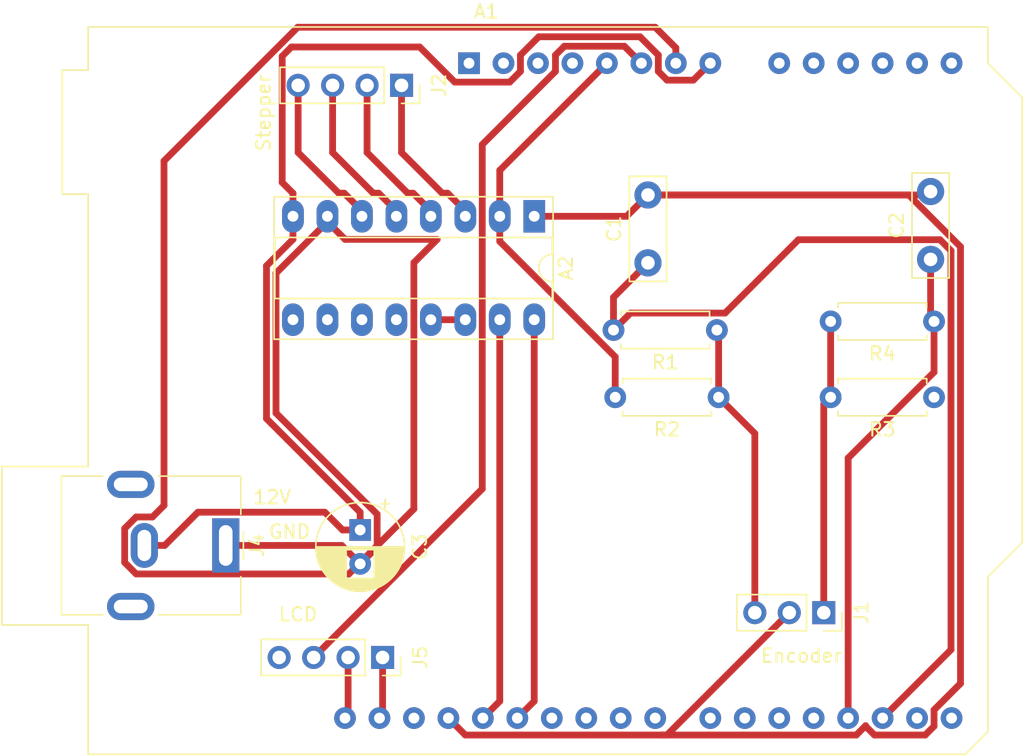
<source format=kicad_pcb>
(kicad_pcb (version 20221018) (generator pcbnew)
  (layers (0 "F.Cu" signal) (31 "B.Cu" signal) (34 "B.Paste" user) (35 "F.Paste" user) (36 "B.SilkS" user "B.Silkscreen") (37 "F.SilkS" user "F.Silkscreen") (38 "B.Mask" user) (39 "F.Mask" user) (44 "Edge.Cuts" user))
  (net 0 "")
  (net 1 "Net-(A1-Pad32)")
  (net 2 "Net-(A1-Pad31)")
  (net 3 "Net-(A1-Pad1)")
  (net 4 "Net-(A1-Pad17)")
  (net 5 "Net-(A1-Pad2)")
  (net 6 "Net-(A1-Pad18)")
  (net 7 "Net-(A1-Pad3)")
  (net 8 "Net-(A1-Pad19)")
  (net 9 "Net-(A1-Pad4)")
  (net 10 "Net-(A1-Pad20)")
  (net 11 "Net-(A1-Pad5)")
  (net 12 "Net-(A1-Pad21)")
  (net 13 "Net-(A1-Pad6)")
  (net 14 "Net-(A1-Pad22)")
  (net 15 "Net-(A1-Pad7)")
  (net 16 "Net-(A1-Pad23)")
  (net 17 "Net-(A1-Pad8)")
  (net 18 "Net-(A1-Pad24)")
  (net 19 "Net-(A1-Pad9)")
  (net 20 "Net-(A1-Pad25)")
  (net 21 "Net-(A1-Pad10)")
  (net 22 "Net-(A1-Pad26)")
  (net 23 "Net-(A1-Pad11)")
  (net 24 "Net-(A1-Pad27)")
  (net 25 "Net-(A1-Pad12)")
  (net 26 "Net-(A1-Pad28)")
  (net 27 "Net-(A1-Pad13)")
  (net 28 "Net-(A1-Pad29)")
  (net 29 "Net-(A1-Pad14)")
  (net 30 "Net-(A1-Pad30)")
  (net 31 "Net-(A1-Pad15)")
  (net 32 "Net-(A1-Pad16)")
  (net 33 "Net-(A2-Pad9)")
  (net 34 "Net-(A2-Pad10)")
  (net 35 "Net-(A2-Pad3)")
  (net 36 "Net-(A2-Pad11)")
  (net 37 "Net-(A2-Pad4)")
  (net 38 "Net-(A2-Pad12)")
  (net 39 "Net-(A2-Pad5)")
  (net 40 "Net-(A2-Pad13)")
  (net 41 "Net-(A2-Pad6)")
  (net 42 "Net-(J1-Pad1)")
  (net 43 "Net-(J1-Pad3)")
  (net 44 "Net-(J5-Pad4)")
  (footprint "Module:Arduino_UNO_R3" (layer "F.Cu") (at 165.502001 83.079001)
    (fp_text reference "A1" (at 1.27 -3.81 180) (layer "F.SilkS"))
    (fp_text value "Arduino_UNO_R3")
    (fp_line (start -34.42 29.72) (end -34.42 41.4) (stroke (width 0.12)) (layer "F.SilkS"))
    (fp_line (start -34.42 41.4) (end -28.07 41.4) (stroke (width 0.12)) (layer "F.SilkS"))
    (fp_line (start -29.97 0.51) (end -29.97 9.65) (stroke (width 0.12)) (layer "F.SilkS"))
    (fp_line (start -29.97 9.65) (end -28.07 9.65) (stroke (width 0.12)) (layer "F.SilkS"))
    (fp_line (start -28.07 -2.67) (end -28.07 0.51) (stroke (width 0.12)) (layer "F.SilkS"))
    (fp_line (start -28.07 0.51) (end -29.97 0.51) (stroke (width 0.12)) (layer "F.SilkS"))
    (fp_line (start -28.07 9.65) (end -28.07 29.72) (stroke (width 0.12)) (layer "F.SilkS"))
    (fp_line (start -28.07 29.72) (end -34.42 29.72) (stroke (width 0.12)) (layer "F.SilkS"))
    (fp_line (start -28.07 41.4) (end -28.07 50.93) (stroke (width 0.12)) (layer "F.SilkS"))
    (fp_line (start -28.07 50.93) (end 36.58 50.93) (stroke (width 0.12)) (layer "F.SilkS"))
    (fp_line (start 36.58 50.93) (end 38.23 49.28) (stroke (width 0.12)) (layer "F.SilkS"))
    (fp_line (start 38.23 -2.67) (end -28.07 -2.67) (stroke (width 0.12)) (layer "F.SilkS"))
    (fp_line (start 38.23 0) (end 38.23 -2.67) (stroke (width 0.12)) (layer "F.SilkS"))
    (fp_line (start 38.23 37.85) (end 40.77 35.31) (stroke (width 0.12)) (layer "F.SilkS"))
    (fp_line (start 38.23 49.28) (end 38.23 37.85) (stroke (width 0.12)) (layer "F.SilkS"))
    (fp_line (start 40.77 2.54) (end 38.23 0) (stroke (width 0.12)) (layer "F.SilkS"))
    (fp_line (start 40.77 35.31) (end 40.77 2.54) (stroke (width 0.12)) (layer "F.SilkS"))
    (pad "1" thru_hole rect (at 0 0 90) (size 1.6 1.6) (drill 0.8) (layers "*.Cu" "*.Mask") (net 3 "Net-(A1-Pad1)"))
    (pad "2" thru_hole oval (at 2.54 0 90) (size 1.6 1.6) (drill 0.8) (layers "*.Cu" "*.Mask") (net 5 "Net-(A1-Pad2)"))
    (pad "3" thru_hole oval (at 5.08 0 90) (size 1.6 1.6) (drill 0.8) (layers "*.Cu" "*.Mask") (net 7 "Net-(A1-Pad3)"))
    (pad "4" thru_hole oval (at 7.62 0 90) (size 1.6 1.6) (drill 0.8) (layers "*.Cu" "*.Mask") (net 9 "Net-(A1-Pad4)"))
    (pad "5" thru_hole oval (at 10.16 0 90) (size 1.6 1.6) (drill 0.8) (layers "*.Cu" "*.Mask") (net 11 "Net-(A1-Pad5)"))
    (pad "6" thru_hole oval (at 12.7 0 90) (size 1.6 1.6) (drill 0.8) (layers "*.Cu" "*.Mask") (net 13 "Net-(A1-Pad6)"))
    (pad "7" thru_hole oval (at 15.24 0 90) (size 1.6 1.6) (drill 0.8) (layers "*.Cu" "*.Mask") (net 15 "Net-(A1-Pad7)"))
    (pad "8" thru_hole oval (at 17.78 0 90) (size 1.6 1.6) (drill 0.8) (layers "*.Cu" "*.Mask") (net 17 "Net-(A1-Pad8)"))
    (pad "9" thru_hole oval (at 22.86 0 90) (size 1.6 1.6) (drill 0.8) (layers "*.Cu" "*.Mask") (net 19 "Net-(A1-Pad9)"))
    (pad "10" thru_hole oval (at 25.4 0 90) (size 1.6 1.6) (drill 0.8) (layers "*.Cu" "*.Mask") (net 21 "Net-(A1-Pad10)"))
    (pad "11" thru_hole oval (at 27.94 0 90) (size 1.6 1.6) (drill 0.8) (layers "*.Cu" "*.Mask") (net 23 "Net-(A1-Pad11)"))
    (pad "12" thru_hole oval (at 30.48 0 90) (size 1.6 1.6) (drill 0.8) (layers "*.Cu" "*.Mask") (net 25 "Net-(A1-Pad12)"))
    (pad "13" thru_hole oval (at 33.02 0 90) (size 1.6 1.6) (drill 0.8) (layers "*.Cu" "*.Mask") (net 27 "Net-(A1-Pad13)"))
    (pad "14" thru_hole oval (at 35.56 0 90) (size 1.6 1.6) (drill 0.8) (layers "*.Cu" "*.Mask") (net 29 "Net-(A1-Pad14)"))
    (pad "15" thru_hole oval (at 35.56 48.26 90) (size 1.6 1.6) (drill 0.8) (layers "*.Cu" "*.Mask") (net 31 "Net-(A1-Pad15)"))
    (pad "16" thru_hole oval (at 33.02 48.26 90) (size 1.6 1.6) (drill 0.8) (layers "*.Cu" "*.Mask") (net 32 "Net-(A1-Pad16)"))
    (pad "17" thru_hole oval (at 30.48 48.26 90) (size 1.6 1.6) (drill 0.8) (layers "*.Cu" "*.Mask") (net 4 "Net-(A1-Pad17)"))
    (pad "18" thru_hole oval (at 27.94 48.26 90) (size 1.6 1.6) (drill 0.8) (layers "*.Cu" "*.Mask") (net 6 "Net-(A1-Pad18)"))
    (pad "19" thru_hole oval (at 25.4 48.26 90) (size 1.6 1.6) (drill 0.8) (layers "*.Cu" "*.Mask") (net 8 "Net-(A1-Pad19)"))
    (pad "20" thru_hole oval (at 22.86 48.26 90) (size 1.6 1.6) (drill 0.8) (layers "*.Cu" "*.Mask") (net 10 "Net-(A1-Pad20)"))
    (pad "21" thru_hole oval (at 20.32 48.26 90) (size 1.6 1.6) (drill 0.8) (layers "*.Cu" "*.Mask") (net 12 "Net-(A1-Pad21)"))
    (pad "22" thru_hole oval (at 17.78 48.26 90) (size 1.6 1.6) (drill 0.8) (layers "*.Cu" "*.Mask") (net 14 "Net-(A1-Pad22)"))
    (pad "23" thru_hole oval (at 13.72 48.26 90) (size 1.6 1.6) (drill 0.8) (layers "*.Cu" "*.Mask") (net 16 "Net-(A1-Pad23)"))
    (pad "24" thru_hole oval (at 11.18 48.26 90) (size 1.6 1.6) (drill 0.8) (layers "*.Cu" "*.Mask") (net 18 "Net-(A1-Pad24)"))
    (pad "25" thru_hole oval (at 8.64 48.26 90) (size 1.6 1.6) (drill 0.8) (layers "*.Cu" "*.Mask") (net 20 "Net-(A1-Pad25)"))
    (pad "26" thru_hole oval (at 6.1 48.26 90) (size 1.6 1.6) (drill 0.8) (layers "*.Cu" "*.Mask") (net 22 "Net-(A1-Pad26)"))
    (pad "27" thru_hole oval (at 3.56 48.26 90) (size 1.6 1.6) (drill 0.8) (layers "*.Cu" "*.Mask") (net 24 "Net-(A1-Pad27)"))
    (pad "28" thru_hole oval (at 1.02 48.26 90) (size 1.6 1.6) (drill 0.8) (layers "*.Cu" "*.Mask") (net 26 "Net-(A1-Pad28)"))
    (pad "29" thru_hole oval (at -1.52 48.26 90) (size 1.6 1.6) (drill 0.8) (layers "*.Cu" "*.Mask") (net 28 "Net-(A1-Pad29)"))
    (pad "30" thru_hole oval (at -4.06 48.26 90) (size 1.6 1.6) (drill 0.8) (layers "*.Cu" "*.Mask") (net 30 "Net-(A1-Pad30)"))
    (pad "31" thru_hole oval (at -6.6 48.26 90) (size 1.6 1.6) (drill 0.8) (layers "*.Cu" "*.Mask") (net 2 "Net-(A1-Pad31)"))
    (pad "32" thru_hole oval (at -9.14 48.26 90) (size 1.6 1.6) (drill 0.8) (layers "*.Cu" "*.Mask") (net 1 "Net-(A1-Pad32)"))
  )
  (footprint "Package_DIP:DIP-16_W7.62mm_Socket_LongPads" (layer "F.Cu") (at 170.307 94.361 -90)
    (fp_text reference "A2" (at 3.81 -2.33 90) (layer "F.SilkS"))
    (fp_text value "Pololu_Breakout_A4988")
    (fp_line (start -1.44 -1.39) (end -1.44 19.17) (stroke (width 0.12)) (layer "F.SilkS"))
    (fp_line (start -1.44 19.17) (end 9.06 19.17) (stroke (width 0.12)) (layer "F.SilkS"))
    (fp_line (start 1.56 -1.33) (end 1.56 19.11) (stroke (width 0.12)) (layer "F.SilkS"))
    (fp_line (start 1.56 19.11) (end 6.06 19.11) (stroke (width 0.12)) (layer "F.SilkS"))
    (fp_line (start 2.81 -1.33) (end 1.56 -1.33) (stroke (width 0.12)) (layer "F.SilkS"))
    (fp_line (start 6.06 -1.33) (end 4.81 -1.33) (stroke (width 0.12)) (layer "F.SilkS"))
    (fp_line (start 6.06 19.11) (end 6.06 -1.33) (stroke (width 0.12)) (layer "F.SilkS"))
    (fp_line (start 9.06 -1.39) (end -1.44 -1.39) (stroke (width 0.12)) (layer "F.SilkS"))
    (fp_line (start 9.06 19.17) (end 9.06 -1.39) (stroke (width 0.12)) (layer "F.SilkS"))
    (fp_arc (start 4.81 -1.33) (mid 3.81 -0.33) (end 2.81 -1.33) (stroke (width 0.12)) (layer "F.SilkS"))
    (pad "1" thru_hole rect (at 0 0 270) (size 2.4 1.6) (drill 0.8) (layers "*.Cu" "*.Mask") (net 28 "Net-(A1-Pad29)"))
    (pad "2" thru_hole oval (at 0 2.54 270) (size 2.4 1.6) (drill 0.8) (layers "*.Cu" "*.Mask") (net 11 "Net-(A1-Pad5)"))
    (pad "3" thru_hole oval (at 0 5.08 270) (size 2.4 1.6) (drill 0.8) (layers "*.Cu" "*.Mask") (net 35 "Net-(A2-Pad3)"))
    (pad "4" thru_hole oval (at 0 7.62 270) (size 2.4 1.6) (drill 0.8) (layers "*.Cu" "*.Mask") (net 37 "Net-(A2-Pad4)"))
    (pad "5" thru_hole oval (at 0 10.16 270) (size 2.4 1.6) (drill 0.8) (layers "*.Cu" "*.Mask") (net 39 "Net-(A2-Pad5)"))
    (pad "6" thru_hole oval (at 0 12.7 270) (size 2.4 1.6) (drill 0.8) (layers "*.Cu" "*.Mask") (net 41 "Net-(A2-Pad6)"))
    (pad "7" thru_hole oval (at 0 15.24 270) (size 2.4 1.6) (drill 0.8) (layers "*.Cu" "*.Mask") (net 15 "Net-(A1-Pad7)"))
    (pad "8" thru_hole oval (at 0 17.78 270) (size 2.4 1.6) (drill 0.8) (layers "*.Cu" "*.Mask") (net 17 "Net-(A1-Pad8)"))
    (pad "9" thru_hole oval (at 7.62 17.78 270) (size 2.4 1.6) (drill 0.8) (layers "*.Cu" "*.Mask") (net 33 "Net-(A2-Pad9)"))
    (pad "10" thru_hole oval (at 7.62 15.24 270) (size 2.4 1.6) (drill 0.8) (layers "*.Cu" "*.Mask") (net 34 "Net-(A2-Pad10)"))
    (pad "11" thru_hole oval (at 7.62 12.7 270) (size 2.4 1.6) (drill 0.8) (layers "*.Cu" "*.Mask") (net 36 "Net-(A2-Pad11)"))
    (pad "12" thru_hole oval (at 7.62 10.16 270) (size 2.4 1.6) (drill 0.8) (layers "*.Cu" "*.Mask") (net 38 "Net-(A2-Pad12)"))
    (pad "13" thru_hole oval (at 7.62 7.62 270) (size 2.4 1.6) (drill 0.8) (layers "*.Cu" "*.Mask") (net 40 "Net-(A2-Pad13)"))
    (pad "14" thru_hole oval (at 7.62 5.08 270) (size 2.4 1.6) (drill 0.8) (layers "*.Cu" "*.Mask") (net 40 "Net-(A2-Pad13)"))
    (pad "15" thru_hole oval (at 7.62 2.54 270) (size 2.4 1.6) (drill 0.8) (layers "*.Cu" "*.Mask") (net 26 "Net-(A1-Pad28)"))
    (pad "16" thru_hole oval (at 7.62 0 270) (size 2.4 1.6) (drill 0.8) (layers "*.Cu" "*.Mask") (net 24 "Net-(A1-Pad27)"))
  )
  (footprint "Capacitor_THT:C_Disc_D7.5mm_W2.5mm_P5.00mm" (layer "F.Cu") (at 178.689 97.79 90)
    (fp_text reference "C1" (at 2.5 -2.5 90) (layer "F.SilkS"))
    (fp_text value "CP")
    (fp_line (start -1.37 -1.37) (end -1.37 1.37) (stroke (width 0.12)) (layer "F.SilkS"))
    (fp_line (start -1.37 -1.37) (end 6.37 -1.37) (stroke (width 0.12)) (layer "F.SilkS"))
    (fp_line (start -1.37 1.37) (end 6.37 1.37) (stroke (width 0.12)) (layer "F.SilkS"))
    (fp_line (start 6.37 -1.37) (end 6.37 1.37) (stroke (width 0.12)) (layer "F.SilkS"))
    (pad "1" thru_hole circle (at 0 0 90) (size 2 2) (drill 1) (layers "*.Cu" "*.Mask") (net 4 "Net-(A1-Pad17)"))
    (pad "2" thru_hole circle (at 5 0 90) (size 2 2) (drill 1) (layers "*.Cu" "*.Mask") (net 28 "Net-(A1-Pad29)"))
  )
  (footprint "Capacitor_THT:C_Disc_D7.5mm_W2.5mm_P5.00mm" (layer "F.Cu") (at 199.517 97.536 90)
    (fp_text reference "C2" (at 2.5 -2.5 90) (layer "F.SilkS"))
    (fp_text value "CP")
    (fp_line (start -1.37 -1.37) (end -1.37 1.37) (stroke (width 0.12)) (layer "F.SilkS"))
    (fp_line (start -1.37 -1.37) (end 6.37 -1.37) (stroke (width 0.12)) (layer "F.SilkS"))
    (fp_line (start -1.37 1.37) (end 6.37 1.37) (stroke (width 0.12)) (layer "F.SilkS"))
    (fp_line (start 6.37 -1.37) (end 6.37 1.37) (stroke (width 0.12)) (layer "F.SilkS"))
    (pad "1" thru_hole circle (at 0 0 90) (size 2 2) (drill 1) (layers "*.Cu" "*.Mask") (net 6 "Net-(A1-Pad18)"))
    (pad "2" thru_hole circle (at 5 0 90) (size 2 2) (drill 1) (layers "*.Cu" "*.Mask") (net 28 "Net-(A1-Pad29)"))
  )
  (footprint "Capacitor_THT:CP_Radial_D6.3mm_P2.50mm" (layer "F.Cu") (at 157.48 117.475 -90)
    (fp_text reference "C3" (at 1.25 -4.4 90) (layer "F.SilkS"))
    (fp_text value "C")
    (fp_line (start -2.250241 -1.839) (end -1.620241 -1.839) (stroke (width 0.12)) (layer "F.SilkS"))
    (fp_line (start -1.935241 -2.154) (end -1.935241 -1.524) (stroke (width 0.12)) (layer "F.SilkS"))
    (fp_line (start 1.25 -3.23) (end 1.25 3.23) (stroke (width 0.12)) (layer "F.SilkS"))
    (fp_line (start 1.29 -3.23) (end 1.29 3.23) (stroke (width 0.12)) (layer "F.SilkS"))
    (fp_line (start 1.33 -3.23) (end 1.33 3.23) (stroke (width 0.12)) (layer "F.SilkS"))
    (fp_line (start 1.37 -3.228) (end 1.37 3.228) (stroke (width 0.12)) (layer "F.SilkS"))
    (fp_line (start 1.41 -3.227) (end 1.41 3.227) (stroke (width 0.12)) (layer "F.SilkS"))
    (fp_line (start 1.45 -3.224) (end 1.45 3.224) (stroke (width 0.12)) (layer "F.SilkS"))
    (fp_line (start 1.49 -3.222) (end 1.49 -1.04) (stroke (width 0.12)) (layer "F.SilkS"))
    (fp_line (start 1.49 1.04) (end 1.49 3.222) (stroke (width 0.12)) (layer "F.SilkS"))
    (fp_line (start 1.53 -3.218) (end 1.53 -1.04) (stroke (width 0.12)) (layer "F.SilkS"))
    (fp_line (start 1.53 1.04) (end 1.53 3.218) (stroke (width 0.12)) (layer "F.SilkS"))
    (fp_line (start 1.57 -3.215) (end 1.57 -1.04) (stroke (width 0.12)) (layer "F.SilkS"))
    (fp_line (start 1.57 1.04) (end 1.57 3.215) (stroke (width 0.12)) (layer "F.SilkS"))
    (fp_line (start 1.61 -3.211) (end 1.61 -1.04) (stroke (width 0.12)) (layer "F.SilkS"))
    (fp_line (start 1.61 1.04) (end 1.61 3.211) (stroke (width 0.12)) (layer "F.SilkS"))
    (fp_line (start 1.65 -3.206) (end 1.65 -1.04) (stroke (width 0.12)) (layer "F.SilkS"))
    (fp_line (start 1.65 1.04) (end 1.65 3.206) (stroke (width 0.12)) (layer "F.SilkS"))
    (fp_line (start 1.69 -3.201) (end 1.69 -1.04) (stroke (width 0.12)) (layer "F.SilkS"))
    (fp_line (start 1.69 1.04) (end 1.69 3.201) (stroke (width 0.12)) (layer "F.SilkS"))
    (fp_line (start 1.73 -3.195) (end 1.73 -1.04) (stroke (width 0.12)) (layer "F.SilkS"))
    (fp_line (start 1.73 1.04) (end 1.73 3.195) (stroke (width 0.12)) (layer "F.SilkS"))
    (fp_line (start 1.77 -3.189) (end 1.77 -1.04) (stroke (width 0.12)) (layer "F.SilkS"))
    (fp_line (start 1.77 1.04) (end 1.77 3.189) (stroke (width 0.12)) (layer "F.SilkS"))
    (fp_line (start 1.81 -3.182) (end 1.81 -1.04) (stroke (width 0.12)) (layer "F.SilkS"))
    (fp_line (start 1.81 1.04) (end 1.81 3.182) (stroke (width 0.12)) (layer "F.SilkS"))
    (fp_line (start 1.85 -3.175) (end 1.85 -1.04) (stroke (width 0.12)) (layer "F.SilkS"))
    (fp_line (start 1.85 1.04) (end 1.85 3.175) (stroke (width 0.12)) (layer "F.SilkS"))
    (fp_line (start 1.89 -3.167) (end 1.89 -1.04) (stroke (width 0.12)) (layer "F.SilkS"))
    (fp_line (start 1.89 1.04) (end 1.89 3.167) (stroke (width 0.12)) (layer "F.SilkS"))
    (fp_line (start 1.93 -3.159) (end 1.93 -1.04) (stroke (width 0.12)) (layer "F.SilkS"))
    (fp_line (start 1.93 1.04) (end 1.93 3.159) (stroke (width 0.12)) (layer "F.SilkS"))
    (fp_line (start 1.971 -3.15) (end 1.971 -1.04) (stroke (width 0.12)) (layer "F.SilkS"))
    (fp_line (start 1.971 1.04) (end 1.971 3.15) (stroke (width 0.12)) (layer "F.SilkS"))
    (fp_line (start 2.011 -3.141) (end 2.011 -1.04) (stroke (width 0.12)) (layer "F.SilkS"))
    (fp_line (start 2.011 1.04) (end 2.011 3.141) (stroke (width 0.12)) (layer "F.SilkS"))
    (fp_line (start 2.051 -3.131) (end 2.051 -1.04) (stroke (width 0.12)) (layer "F.SilkS"))
    (fp_line (start 2.051 1.04) (end 2.051 3.131) (stroke (width 0.12)) (layer "F.SilkS"))
    (fp_line (start 2.091 -3.121) (end 2.091 -1.04) (stroke (width 0.12)) (layer "F.SilkS"))
    (fp_line (start 2.091 1.04) (end 2.091 3.121) (stroke (width 0.12)) (layer "F.SilkS"))
    (fp_line (start 2.131 -3.11) (end 2.131 -1.04) (stroke (width 0.12)) (layer "F.SilkS"))
    (fp_line (start 2.131 1.04) (end 2.131 3.11) (stroke (width 0.12)) (layer "F.SilkS"))
    (fp_line (start 2.171 -3.098) (end 2.171 -1.04) (stroke (width 0.12)) (layer "F.SilkS"))
    (fp_line (start 2.171 1.04) (end 2.171 3.098) (stroke (width 0.12)) (layer "F.SilkS"))
    (fp_line (start 2.211 -3.086) (end 2.211 -1.04) (stroke (width 0.12)) (layer "F.SilkS"))
    (fp_line (start 2.211 1.04) (end 2.211 3.086) (stroke (width 0.12)) (layer "F.SilkS"))
    (fp_line (start 2.251 -3.074) (end 2.251 -1.04) (stroke (width 0.12)) (layer "F.SilkS"))
    (fp_line (start 2.251 1.04) (end 2.251 3.074) (stroke (width 0.12)) (layer "F.SilkS"))
    (fp_line (start 2.291 -3.061) (end 2.291 -1.04) (stroke (width 0.12)) (layer "F.SilkS"))
    (fp_line (start 2.291 1.04) (end 2.291 3.061) (stroke (width 0.12)) (layer "F.SilkS"))
    (fp_line (start 2.331 -3.047) (end 2.331 -1.04) (stroke (width 0.12)) (layer "F.SilkS"))
    (fp_line (start 2.331 1.04) (end 2.331 3.047) (stroke (width 0.12)) (layer "F.SilkS"))
    (fp_line (start 2.371 -3.033) (end 2.371 -1.04) (stroke (width 0.12)) (layer "F.SilkS"))
    (fp_line (start 2.371 1.04) (end 2.371 3.033) (stroke (width 0.12)) (layer "F.SilkS"))
    (fp_line (start 2.411 -3.018) (end 2.411 -1.04) (stroke (width 0.12)) (layer "F.SilkS"))
    (fp_line (start 2.411 1.04) (end 2.411 3.018) (stroke (width 0.12)) (layer "F.SilkS"))
    (fp_line (start 2.451 -3.002) (end 2.451 -1.04) (stroke (width 0.12)) (layer "F.SilkS"))
    (fp_line (start 2.451 1.04) (end 2.451 3.002) (stroke (width 0.12)) (layer "F.SilkS"))
    (fp_line (start 2.491 -2.986) (end 2.491 -1.04) (stroke (width 0.12)) (layer "F.SilkS"))
    (fp_line (start 2.491 1.04) (end 2.491 2.986) (stroke (width 0.12)) (layer "F.SilkS"))
    (fp_line (start 2.531 -2.97) (end 2.531 -1.04) (stroke (width 0.12)) (layer "F.SilkS"))
    (fp_line (start 2.531 1.04) (end 2.531 2.97) (stroke (width 0.12)) (layer "F.SilkS"))
    (fp_line (start 2.571 -2.952) (end 2.571 -1.04) (stroke (width 0.12)) (layer "F.SilkS"))
    (fp_line (start 2.571 1.04) (end 2.571 2.952) (stroke (width 0.12)) (layer "F.SilkS"))
    (fp_line (start 2.611 -2.934) (end 2.611 -1.04) (stroke (width 0.12)) (layer "F.SilkS"))
    (fp_line (start 2.611 1.04) (end 2.611 2.934) (stroke (width 0.12)) (layer "F.SilkS"))
    (fp_line (start 2.651 -2.916) (end 2.651 -1.04) (stroke (width 0.12)) (layer "F.SilkS"))
    (fp_line (start 2.651 1.04) (end 2.651 2.916) (stroke (width 0.12)) (layer "F.SilkS"))
    (fp_line (start 2.691 -2.896) (end 2.691 -1.04) (stroke (width 0.12)) (layer "F.SilkS"))
    (fp_line (start 2.691 1.04) (end 2.691 2.896) (stroke (width 0.12)) (layer "F.SilkS"))
    (fp_line (start 2.731 -2.876) (end 2.731 -1.04) (stroke (width 0.12)) (layer "F.SilkS"))
    (fp_line (start 2.731 1.04) (end 2.731 2.876) (stroke (width 0.12)) (layer "F.SilkS"))
    (fp_line (start 2.771 -2.856) (end 2.771 -1.04) (stroke (width 0.12)) (layer "F.SilkS"))
    (fp_line (start 2.771 1.04) (end 2.771 2.856) (stroke (width 0.12)) (layer "F.SilkS"))
    (fp_line (start 2.811 -2.834) (end 2.811 -1.04) (stroke (width 0.12)) (layer "F.SilkS"))
    (fp_line (start 2.811 1.04) (end 2.811 2.834) (stroke (width 0.12)) (layer "F.SilkS"))
    (fp_line (start 2.851 -2.812) (end 2.851 -1.04) (stroke (width 0.12)) (layer "F.SilkS"))
    (fp_line (start 2.851 1.04) (end 2.851 2.812) (stroke (width 0.12)) (layer "F.SilkS"))
    (fp_line (start 2.891 -2.79) (end 2.891 -1.04) (stroke (width 0.12)) (layer "F.SilkS"))
    (fp_line (start 2.891 1.04) (end 2.891 2.79) (stroke (width 0.12)) (layer "F.SilkS"))
    (fp_line (start 2.931 -2.766) (end 2.931 -1.04) (stroke (width 0.12)) (layer "F.SilkS"))
    (fp_line (start 2.931 1.04) (end 2.931 2.766) (stroke (width 0.12)) (layer "F.SilkS"))
    (fp_line (start 2.971 -2.742) (end 2.971 -1.04) (stroke (width 0.12)) (layer "F.SilkS"))
    (fp_line (start 2.971 1.04) (end 2.971 2.742) (stroke (width 0.12)) (layer "F.SilkS"))
    (fp_line (start 3.011 -2.716) (end 3.011 -1.04) (stroke (width 0.12)) (layer "F.SilkS"))
    (fp_line (start 3.011 1.04) (end 3.011 2.716) (stroke (width 0.12)) (layer "F.SilkS"))
    (fp_line (start 3.051 -2.69) (end 3.051 -1.04) (stroke (width 0.12)) (layer "F.SilkS"))
    (fp_line (start 3.051 1.04) (end 3.051 2.69) (stroke (width 0.12)) (layer "F.SilkS"))
    (fp_line (start 3.091 -2.664) (end 3.091 -1.04) (stroke (width 0.12)) (layer "F.SilkS"))
    (fp_line (start 3.091 1.04) (end 3.091 2.664) (stroke (width 0.12)) (layer "F.SilkS"))
    (fp_line (start 3.131 -2.636) (end 3.131 -1.04) (stroke (width 0.12)) (layer "F.SilkS"))
    (fp_line (start 3.131 1.04) (end 3.131 2.636) (stroke (width 0.12)) (layer "F.SilkS"))
    (fp_line (start 3.171 -2.607) (end 3.171 -1.04) (stroke (width 0.12)) (layer "F.SilkS"))
    (fp_line (start 3.171 1.04) (end 3.171 2.607) (stroke (width 0.12)) (layer "F.SilkS"))
    (fp_line (start 3.211 -2.578) (end 3.211 -1.04) (stroke (width 0.12)) (layer "F.SilkS"))
    (fp_line (start 3.211 1.04) (end 3.211 2.578) (stroke (width 0.12)) (layer "F.SilkS"))
    (fp_line (start 3.251 -2.548) (end 3.251 -1.04) (stroke (width 0.12)) (layer "F.SilkS"))
    (fp_line (start 3.251 1.04) (end 3.251 2.548) (stroke (width 0.12)) (layer "F.SilkS"))
    (fp_line (start 3.291 -2.516) (end 3.291 -1.04) (stroke (width 0.12)) (layer "F.SilkS"))
    (fp_line (start 3.291 1.04) (end 3.291 2.516) (stroke (width 0.12)) (layer "F.SilkS"))
    (fp_line (start 3.331 -2.484) (end 3.331 -1.04) (stroke (width 0.12)) (layer "F.SilkS"))
    (fp_line (start 3.331 1.04) (end 3.331 2.484) (stroke (width 0.12)) (layer "F.SilkS"))
    (fp_line (start 3.371 -2.45) (end 3.371 -1.04) (stroke (width 0.12)) (layer "F.SilkS"))
    (fp_line (start 3.371 1.04) (end 3.371 2.45) (stroke (width 0.12)) (layer "F.SilkS"))
    (fp_line (start 3.411 -2.416) (end 3.411 -1.04) (stroke (width 0.12)) (layer "F.SilkS"))
    (fp_line (start 3.411 1.04) (end 3.411 2.416) (stroke (width 0.12)) (layer "F.SilkS"))
    (fp_line (start 3.451 -2.38) (end 3.451 -1.04) (stroke (width 0.12)) (layer "F.SilkS"))
    (fp_line (start 3.451 1.04) (end 3.451 2.38) (stroke (width 0.12)) (layer "F.SilkS"))
    (fp_line (start 3.491 -2.343) (end 3.491 -1.04) (stroke (width 0.12)) (layer "F.SilkS"))
    (fp_line (start 3.491 1.04) (end 3.491 2.343) (stroke (width 0.12)) (layer "F.SilkS"))
    (fp_line (start 3.531 -2.305) (end 3.531 -1.04) (stroke (width 0.12)) (layer "F.SilkS"))
    (fp_line (start 3.531 1.04) (end 3.531 2.305) (stroke (width 0.12)) (layer "F.SilkS"))
    (fp_line (start 3.571 -2.265) (end 3.571 2.265) (stroke (width 0.12)) (layer "F.SilkS"))
    (fp_line (start 3.611 -2.224) (end 3.611 2.224) (stroke (width 0.12)) (layer "F.SilkS"))
    (fp_line (start 3.651 -2.182) (end 3.651 2.182) (stroke (width 0.12)) (layer "F.SilkS"))
    (fp_line (start 3.691 -2.137) (end 3.691 2.137) (stroke (width 0.12)) (layer "F.SilkS"))
    (fp_line (start 3.731 -2.092) (end 3.731 2.092) (stroke (width 0.12)) (layer "F.SilkS"))
    (fp_line (start 3.771 -2.044) (end 3.771 2.044) (stroke (width 0.12)) (layer "F.SilkS"))
    (fp_line (start 3.811 -1.995) (end 3.811 1.995) (stroke (width 0.12)) (layer "F.SilkS"))
    (fp_line (start 3.851 -1.944) (end 3.851 1.944) (stroke (width 0.12)) (layer "F.SilkS"))
    (fp_line (start 3.891 -1.89) (end 3.891 1.89) (stroke (width 0.12)) (layer "F.SilkS"))
    (fp_line (start 3.931 -1.834) (end 3.931 1.834) (stroke (width 0.12)) (layer "F.SilkS"))
    (fp_line (start 3.971 -1.776) (end 3.971 1.776) (stroke (width 0.12)) (layer "F.SilkS"))
    (fp_line (start 4.011 -1.714) (end 4.011 1.714) (stroke (width 0.12)) (layer "F.SilkS"))
    (fp_line (start 4.051 -1.65) (end 4.051 1.65) (stroke (width 0.12)) (layer "F.SilkS"))
    (fp_line (start 4.091 -1.581) (end 4.091 1.581) (stroke (width 0.12)) (layer "F.SilkS"))
    (fp_line (start 4.131 -1.509) (end 4.131 1.509) (stroke (width 0.12)) (layer "F.SilkS"))
    (fp_line (start 4.171 -1.432) (end 4.171 1.432) (stroke (width 0.12)) (layer "F.SilkS"))
    (fp_line (start 4.211 -1.35) (end 4.211 1.35) (stroke (width 0.12)) (layer "F.SilkS"))
    (fp_line (start 4.251 -1.262) (end 4.251 1.262) (stroke (width 0.12)) (layer "F.SilkS"))
    (fp_line (start 4.291 -1.165) (end 4.291 1.165) (stroke (width 0.12)) (layer "F.SilkS"))
    (fp_line (start 4.331 -1.059) (end 4.331 1.059) (stroke (width 0.12)) (layer "F.SilkS"))
    (fp_line (start 4.371 -0.94) (end 4.371 0.94) (stroke (width 0.12)) (layer "F.SilkS"))
    (fp_line (start 4.411 -0.802) (end 4.411 0.802) (stroke (width 0.12)) (layer "F.SilkS"))
    (fp_line (start 4.451 -0.633) (end 4.451 0.633) (stroke (width 0.12)) (layer "F.SilkS"))
    (fp_line (start 4.491 -0.402) (end 4.491 0.402) (stroke (width 0.12)) (layer "F.SilkS"))
    (fp_circle (center 1.25 0) (end 4.52 0) (stroke (width 0.12)) (fill none) (layer "F.SilkS"))
    (pad "1" thru_hole rect (at 0 0 270) (size 1.6 1.6) (drill 0.8) (layers "*.Cu" "*.Mask") (net 17 "Net-(A1-Pad8)"))
    (pad "2" thru_hole circle (at 2.5 0 270) (size 1.6 1.6) (drill 0.8) (layers "*.Cu" "*.Mask") (net 15 "Net-(A1-Pad7)"))
  )
  (footprint "Connector_PinSocket_2.54mm:PinSocket_1x03_P2.54mm_Vertical" (layer "F.Cu") (at 191.643 123.571 -90)
    (fp_text reference "J1" (at 0 -2.77 90) (layer "F.SilkS"))
    (fp_text value "Encoder")
    (fp_line (start -1.33 1.27) (end -1.33 6.41) (stroke (width 0.12)) (layer "F.SilkS"))
    (fp_line (start -1.33 1.27) (end 1.33 1.27) (stroke (width 0.12)) (layer "F.SilkS"))
    (fp_line (start -1.33 6.41) (end 1.33 6.41) (stroke (width 0.12)) (layer "F.SilkS"))
    (fp_line (start 0 -1.33) (end 1.33 -1.33) (stroke (width 0.12)) (layer "F.SilkS"))
    (fp_line (start 1.33 -1.33) (end 1.33 0) (stroke (width 0.12)) (layer "F.SilkS"))
    (fp_line (start 1.33 1.27) (end 1.33 6.41) (stroke (width 0.12)) (layer "F.SilkS"))
    (pad "1" thru_hole rect (at 0 0 270) (size 1.7 1.7) (drill 1) (layers "*.Cu" "*.Mask") (net 42 "Net-(J1-Pad1)"))
    (pad "2" thru_hole oval (at 0 2.54 270) (size 1.7 1.7) (drill 1) (layers "*.Cu" "*.Mask") (net 28 "Net-(A1-Pad29)"))
    (pad "3" thru_hole oval (at 0 5.08 270) (size 1.7 1.7) (drill 1) (layers "*.Cu" "*.Mask") (net 43 "Net-(J1-Pad3)"))
  )
  (footprint "Connector_PinSocket_2.54mm:PinSocket_1x04_P2.54mm_Vertical" (layer "F.Cu") (at 160.528 84.709 -90)
    (fp_text reference "J2" (at 0 -2.77 90) (layer "F.SilkS"))
    (fp_text value "Stepper")
    (fp_line (start -1.33 1.27) (end -1.33 8.95) (stroke (width 0.12)) (layer "F.SilkS"))
    (fp_line (start -1.33 1.27) (end 1.33 1.27) (stroke (width 0.12)) (layer "F.SilkS"))
    (fp_line (start -1.33 8.95) (end 1.33 8.95) (stroke (width 0.12)) (layer "F.SilkS"))
    (fp_line (start 0 -1.33) (end 1.33 -1.33) (stroke (width 0.12)) (layer "F.SilkS"))
    (fp_line (start 1.33 -1.33) (end 1.33 0) (stroke (width 0.12)) (layer "F.SilkS"))
    (fp_line (start 1.33 1.27) (end 1.33 8.95) (stroke (width 0.12)) (layer "F.SilkS"))
    (pad "1" thru_hole rect (at 0 0 270) (size 1.7 1.7) (drill 1) (layers "*.Cu" "*.Mask") (net 35 "Net-(A2-Pad3)"))
    (pad "2" thru_hole oval (at 0 2.54 270) (size 1.7 1.7) (drill 1) (layers "*.Cu" "*.Mask") (net 37 "Net-(A2-Pad4)"))
    (pad "3" thru_hole oval (at 0 5.08 270) (size 1.7 1.7) (drill 1) (layers "*.Cu" "*.Mask") (net 39 "Net-(A2-Pad5)"))
    (pad "4" thru_hole oval (at 0 7.62 270) (size 1.7 1.7) (drill 1) (layers "*.Cu" "*.Mask") (net 41 "Net-(A2-Pad6)"))
  )
  (footprint "Resistor_THT:R_Axial_DIN0207_L6.3mm_D2.5mm_P7.62mm_Horizontal" (layer "F.Cu") (at 183.769 102.743 180)
    (fp_text reference "R1" (at 3.81 -2.37) (layer "F.SilkS"))
    (fp_text value "R")
    (fp_line (start 0.54 -1.37) (end 7.08 -1.37) (stroke (width 0.12)) (layer "F.SilkS"))
    (fp_line (start 0.54 -1.04) (end 0.54 -1.37) (stroke (width 0.12)) (layer "F.SilkS"))
    (fp_line (start 0.54 1.04) (end 0.54 1.37) (stroke (width 0.12)) (layer "F.SilkS"))
    (fp_line (start 0.54 1.37) (end 7.08 1.37) (stroke (width 0.12)) (layer "F.SilkS"))
    (fp_line (start 7.08 -1.37) (end 7.08 -1.04) (stroke (width 0.12)) (layer "F.SilkS"))
    (fp_line (start 7.08 1.37) (end 7.08 1.04) (stroke (width 0.12)) (layer "F.SilkS"))
    (pad "1" thru_hole circle (at 0 0 180) (size 1.6 1.6) (drill 0.8) (layers "*.Cu" "*.Mask") (net 43 "Net-(J1-Pad3)"))
    (pad "2" thru_hole oval (at 7.62 0 180) (size 1.6 1.6) (drill 0.8) (layers "*.Cu" "*.Mask") (net 4 "Net-(A1-Pad17)"))
  )
  (footprint "Resistor_THT:R_Axial_DIN0207_L6.3mm_D2.5mm_P7.62mm_Horizontal" (layer "F.Cu") (at 183.896 107.696 180)
    (fp_text reference "R2" (at 3.81 -2.37) (layer "F.SilkS"))
    (fp_text value "R")
    (fp_line (start 0.54 -1.37) (end 7.08 -1.37) (stroke (width 0.12)) (layer "F.SilkS"))
    (fp_line (start 0.54 -1.04) (end 0.54 -1.37) (stroke (width 0.12)) (layer "F.SilkS"))
    (fp_line (start 0.54 1.04) (end 0.54 1.37) (stroke (width 0.12)) (layer "F.SilkS"))
    (fp_line (start 0.54 1.37) (end 7.08 1.37) (stroke (width 0.12)) (layer "F.SilkS"))
    (fp_line (start 7.08 -1.37) (end 7.08 -1.04) (stroke (width 0.12)) (layer "F.SilkS"))
    (fp_line (start 7.08 1.37) (end 7.08 1.04) (stroke (width 0.12)) (layer "F.SilkS"))
    (pad "1" thru_hole circle (at 0 0 180) (size 1.6 1.6) (drill 0.8) (layers "*.Cu" "*.Mask") (net 43 "Net-(J1-Pad3)"))
    (pad "2" thru_hole oval (at 7.62 0 180) (size 1.6 1.6) (drill 0.8) (layers "*.Cu" "*.Mask") (net 11 "Net-(A1-Pad5)"))
  )
  (footprint "Resistor_THT:R_Axial_DIN0207_L6.3mm_D2.5mm_P7.62mm_Horizontal" (layer "F.Cu") (at 199.771 107.696 180)
    (fp_text reference "R3" (at 3.81 -2.37) (layer "F.SilkS"))
    (fp_text value "R")
    (fp_line (start 0.54 -1.37) (end 7.08 -1.37) (stroke (width 0.12)) (layer "F.SilkS"))
    (fp_line (start 0.54 -1.04) (end 0.54 -1.37) (stroke (width 0.12)) (layer "F.SilkS"))
    (fp_line (start 0.54 1.04) (end 0.54 1.37) (stroke (width 0.12)) (layer "F.SilkS"))
    (fp_line (start 0.54 1.37) (end 7.08 1.37) (stroke (width 0.12)) (layer "F.SilkS"))
    (fp_line (start 7.08 -1.37) (end 7.08 -1.04) (stroke (width 0.12)) (layer "F.SilkS"))
    (fp_line (start 7.08 1.37) (end 7.08 1.04) (stroke (width 0.12)) (layer "F.SilkS"))
    (pad "1" thru_hole circle (at 0 0 180) (size 1.6 1.6) (drill 0.8) (layers "*.Cu" "*.Mask") (net 11 "Net-(A1-Pad5)"))
    (pad "2" thru_hole oval (at 7.62 0 180) (size 1.6 1.6) (drill 0.8) (layers "*.Cu" "*.Mask") (net 42 "Net-(J1-Pad1)"))
  )
  (footprint "Resistor_THT:R_Axial_DIN0207_L6.3mm_D2.5mm_P7.62mm_Horizontal" (layer "F.Cu") (at 199.771 102.108 180)
    (fp_text reference "R4" (at 3.81 -2.37) (layer "F.SilkS"))
    (fp_text value "R")
    (fp_line (start 0.54 -1.37) (end 7.08 -1.37) (stroke (width 0.12)) (layer "F.SilkS"))
    (fp_line (start 0.54 -1.04) (end 0.54 -1.37) (stroke (width 0.12)) (layer "F.SilkS"))
    (fp_line (start 0.54 1.04) (end 0.54 1.37) (stroke (width 0.12)) (layer "F.SilkS"))
    (fp_line (start 0.54 1.37) (end 7.08 1.37) (stroke (width 0.12)) (layer "F.SilkS"))
    (fp_line (start 7.08 -1.37) (end 7.08 -1.04) (stroke (width 0.12)) (layer "F.SilkS"))
    (fp_line (start 7.08 1.37) (end 7.08 1.04) (stroke (width 0.12)) (layer "F.SilkS"))
    (pad "1" thru_hole circle (at 0 0 180) (size 1.6 1.6) (drill 0.8) (layers "*.Cu" "*.Mask") (net 6 "Net-(A1-Pad18)"))
    (pad "2" thru_hole oval (at 7.62 0 180) (size 1.6 1.6) (drill 0.8) (layers "*.Cu" "*.Mask") (net 42 "Net-(J1-Pad1)"))
  )
  (footprint "Connector_BarrelJack:BarrelJack_CUI_PJ-063AH_Horizontal" (layer "F.Cu") (at 147.574 118.618 -90)
    (fp_text reference "J4" (at 0 -2.3 90) (layer "F.SilkS"))
    (fp_text value "Power12V")
    (fp_line (start -5.11 -1.11) (end -2.3 -1.11) (stroke (width 0.12)) (layer "F.SilkS"))
    (fp_line (start -5.11 4.95) (end -5.11 -1.11) (stroke (width 0.12)) (layer "F.SilkS"))
    (fp_line (start -5.11 12.11) (end -5.11 9.05) (stroke (width 0.12)) (layer "F.SilkS"))
    (fp_line (start -1 -1.3) (end 1 -1.3) (stroke (width 0.12)) (layer "F.SilkS"))
    (fp_line (start 2.3 -1.11) (end 5.11 -1.11) (stroke (width 0.12)) (layer "F.SilkS"))
    (fp_line (start 5.11 -1.11) (end 5.11 4.95) (stroke (width 0.12)) (layer "F.SilkS"))
    (fp_line (start 5.11 9.05) (end 5.11 12.11) (stroke (width 0.12)) (layer "F.SilkS"))
    (fp_line (start 5.11 12.11) (end -5.11 12.11) (stroke (width 0.12)) (layer "F.SilkS"))
    (pad "" np_thru_hole circle (at 0 9 270) (size 1.6 1.6) (drill 1.6) (layers "*.Cu" "*.Mask"))
    (pad "1" thru_hole rect (at 0 0 270) (size 4 2) (drill oval 3 1) (layers "*.Cu" "*.Mask") (net 15 "Net-(A1-Pad7)"))
    (pad "2" thru_hole oval (at 0 6 270) (size 3.3 2) (drill oval 2.3 1) (layers "*.Cu" "*.Mask") (net 17 "Net-(A1-Pad8)"))
    (pad "MP" thru_hole oval (at -4.5 7 270) (size 2 3.5) (drill oval 1 2.5) (layers "*.Cu" "*.Mask"))
    (pad "MP" thru_hole oval (at 4.5 7 270) (size 2 3.5) (drill oval 1 2.5) (layers "*.Cu" "*.Mask"))
  )
  (footprint "Connector_PinSocket_2.54mm:PinSocket_1x04_P2.54mm_Vertical" (layer "F.Cu") (at 159.131 126.873 -90)
    (fp_text reference "J5" (at 0 -2.77 90) (layer "F.SilkS"))
    (fp_text value "LCD-I2C")
    (fp_line (start -1.33 1.27) (end -1.33 8.95) (stroke (width 0.12)) (layer "F.SilkS"))
    (fp_line (start -1.33 1.27) (end 1.33 1.27) (stroke (width 0.12)) (layer "F.SilkS"))
    (fp_line (start -1.33 8.95) (end 1.33 8.95) (stroke (width 0.12)) (layer "F.SilkS"))
    (fp_line (start 0 -1.33) (end 1.33 -1.33) (stroke (width 0.12)) (layer "F.SilkS"))
    (fp_line (start 1.33 -1.33) (end 1.33 0) (stroke (width 0.12)) (layer "F.SilkS"))
    (fp_line (start 1.33 1.27) (end 1.33 8.95) (stroke (width 0.12)) (layer "F.SilkS"))
    (pad "1" thru_hole rect (at 0 0 270) (size 1.7 1.7) (drill 1) (layers "*.Cu" "*.Mask") (net 2 "Net-(A1-Pad31)"))
    (pad "2" thru_hole oval (at 0 2.54 270) (size 1.7 1.7) (drill 1) (layers "*.Cu" "*.Mask") (net 1 "Net-(A1-Pad32)"))
    (pad "3" thru_hole oval (at 0 5.08 270) (size 1.7 1.7) (drill 1) (layers "*.Cu" "*.Mask") (net 13 "Net-(A1-Pad6)"))
    (pad "4" thru_hole oval (at 0 7.62 270) (size 1.7 1.7) (drill 1) (layers "*.Cu" "*.Mask") (net 44 "Net-(J5-Pad4)"))
  )
  (gr_text "LCD" (at 152.908 123.698) (layer "F.SilkS") (effects (font (size 1 1))))
  (gr_text "12V" (at 151.003 115.062) (layer "F.SilkS") (effects (font (size 1 1))))
  (gr_text "GND" (at 152.273 117.602) (layer "F.SilkS") (effects (font (size 1 1))))
  (gr_text "Encoder" (at 189.992 126.746) (layer "F.SilkS") (effects (font (size 1 1))))
  (gr_text "Stepper" (at 150.368 86.741 90) (layer "F.SilkS") (effects (font (size 1 1))))
  (segment (start 156.591 131.110002) (end 156.362001 131.339001) (width 0.5) (layer "F.Cu") (net 1))
  (segment (start 156.591 126.873) (end 156.591 131.110002) (width 0.5) (layer "F.Cu") (net 1))
  (segment (start 159.131 126.873) (end 159.131 131.110002) (width 0.5) (layer "F.Cu") (net 2))
  (segment (start 159.131 131.110002) (end 158.902001 131.339001) (width 0.5) (layer "F.Cu") (net 2))
  (segment (start 196.782 130.539002) (end 195.982001 131.339001) (width 0.5) (layer "F.Cu") (net 4))
  (segment (start 201.021001 126.300001) (end 196.782 130.539002) (width 0.5) (layer "F.Cu") (net 4))
  (segment (start 189.776001 96.085999) (end 200.213001 96.085999) (width 0.5) (layer "F.Cu") (net 4))
  (segment (start 177.399001 101.492999) (end 184.369001 101.492999) (width 0.5) (layer "F.Cu") (net 4))
  (segment (start 200.213001 96.085999) (end 201.021001 96.893999) (width 0.5) (layer "F.Cu") (net 4))
  (segment (start 176.149 102.743) (end 177.399001 101.492999) (width 0.5) (layer "F.Cu") (net 4))
  (segment (start 201.021001 96.893999) (end 201.021001 126.300001) (width 0.5) (layer "F.Cu") (net 4))
  (segment (start 176.149 100.33) (end 176.149 102.743) (width 0.5) (layer "F.Cu") (net 4))
  (segment (start 178.689 97.79) (end 176.149 100.33) (width 0.5) (layer "F.Cu") (net 4))
  (segment (start 184.369001 101.492999) (end 189.776001 96.085999) (width 0.5) (layer "F.Cu") (net 4))
  (segment (start 199.517 101.854) (end 199.771 102.108) (width 0.5) (layer "F.Cu") (net 6))
  (segment (start 199.771 105.845998) (end 193.442001 112.174997) (width 0.5) (layer "F.Cu") (net 6))
  (segment (start 193.442001 112.174997) (end 193.442001 130.207631) (width 0.5) (layer "F.Cu") (net 6))
  (segment (start 193.442001 130.207631) (end 193.442001 131.339001) (width 0.5) (layer "F.Cu") (net 6))
  (segment (start 199.771 102.108) (end 199.771 105.845998) (width 0.5) (layer "F.Cu") (net 6))
  (segment (start 199.517 97.536) (end 199.517 101.854) (width 0.5) (layer "F.Cu") (net 6))
  (segment (start 167.767 96.211002) (end 176.276 104.720002) (width 0.5) (layer "F.Cu") (net 11))
  (segment (start 167.767 94.361) (end 167.767 96.211002) (width 0.5) (layer "F.Cu") (net 11))
  (segment (start 176.276 104.720002) (end 176.276 106.56463) (width 0.5) (layer "F.Cu") (net 11))
  (segment (start 167.767 94.361) (end 167.767 90.974002) (width 0.5) (layer "F.Cu") (net 11))
  (segment (start 167.767 90.974002) (end 175.662001 83.079001) (width 0.5) (layer "F.Cu") (net 11))
  (segment (start 176.276 106.56463) (end 176.276 107.696) (width 0.5) (layer "F.Cu") (net 11))
  (segment (start 176.952 81.829) (end 172.522 81.829) (width 0.5) (layer "F.Cu") (net 13))
  (segment (start 166.47701 114.44699) (end 154.900999 126.023001) (width 0.5) (layer "F.Cu") (net 13))
  (segment (start 154.900999 126.023001) (end 154.051 126.873) (width 0.5) (layer "F.Cu") (net 13))
  (segment (start 166.47701 89.073992) (end 166.47701 114.44699) (width 0.5) (layer "F.Cu") (net 13))
  (segment (start 178.202001 83.079001) (end 176.952 81.829) (width 0.5) (layer "F.Cu") (net 13))
  (segment (start 171.872 82.479) (end 171.872 83.679002) (width 0.5) (layer "F.Cu") (net 13))
  (segment (start 172.522 81.829) (end 171.872 82.479) (width 0.5) (layer "F.Cu") (net 13))
  (segment (start 171.872 83.679002) (end 166.47701 89.073992) (width 0.5) (layer "F.Cu") (net 13))
  (segment (start 180.742001 83.079001) (end 180.742001 81.947631) (width 0.5) (layer "F.Cu") (net 15))
  (segment (start 158.279999 119.175001) (end 157.48 119.975) (width 0.5) (layer "F.Cu") (net 15))
  (segment (start 142.174613 116.51799) (end 140.973387 116.51799) (width 0.5) (layer "F.Cu") (net 15))
  (segment (start 155.067 94.761) (end 155.067 94.361) (width 0.5) (layer "F.Cu") (net 15))
  (segment (start 143.02401 90.282025) (end 143.02401 115.668593) (width 0.5) (layer "F.Cu") (net 15))
  (segment (start 161.43699 97.778791) (end 163.154781 96.061) (width 0.5) (layer "F.Cu") (net 15))
  (segment (start 156.123 118.618) (end 157.48 119.975) (width 0.5) (layer "F.Cu") (net 15))
  (segment (start 179.22335 80.42898) (end 152.877055 80.42898) (width 0.5) (layer "F.Cu") (net 15))
  (segment (start 163.154781 96.061) (end 156.367 96.061) (width 0.5) (layer "F.Cu") (net 15))
  (segment (start 158.730001 118.724999) (end 158.279999 119.175001) (width 0.5) (layer "F.Cu") (net 15))
  (segment (start 140.12399 119.868613) (end 140.973387 120.71801) (width 0.5) (layer "F.Cu") (net 15))
  (segment (start 152.877055 80.42898) (end 143.02401 90.282025) (width 0.5) (layer "F.Cu") (net 15))
  (segment (start 147.574 118.618) (end 156.123 118.618) (width 0.5) (layer "F.Cu") (net 15))
  (segment (start 180.742001 81.947631) (end 179.22335 80.42898) (width 0.5) (layer "F.Cu") (net 15))
  (segment (start 158.730001 116.314999) (end 158.730001 118.724999) (width 0.5) (layer "F.Cu") (net 15))
  (segment (start 151.27699 98.55101) (end 151.27699 108.861988) (width 0.5) (layer "F.Cu") (net 15))
  (segment (start 156.646992 120.71801) (end 161.43699 115.928012) (width 0.5) (layer "F.Cu") (net 15))
  (segment (start 161.43699 115.928012) (end 161.43699 97.778791) (width 0.5) (layer "F.Cu") (net 15))
  (segment (start 140.12399 117.367387) (end 140.12399 119.868613) (width 0.5) (layer "F.Cu") (net 15))
  (segment (start 140.973387 116.51799) (end 140.12399 117.367387) (width 0.5) (layer "F.Cu") (net 15))
  (segment (start 140.973387 120.71801) (end 156.646992 120.71801) (width 0.5) (layer "F.Cu") (net 15))
  (segment (start 156.367 96.061) (end 155.067 94.761) (width 0.5) (layer "F.Cu") (net 15))
  (segment (start 155.067 94.761) (end 151.27699 98.55101) (width 0.5) (layer "F.Cu") (net 15))
  (segment (start 143.02401 115.668593) (end 142.174613 116.51799) (width 0.5) (layer "F.Cu") (net 15))
  (segment (start 151.27699 108.861988) (end 158.730001 116.314999) (width 0.5) (layer "F.Cu") (net 15))
  (segment (start 145.524001 116.167999) (end 154.872999 116.167999) (width 0.5) (layer "F.Cu") (net 17))
  (segment (start 179.452002 82.479) (end 178.101992 81.12899) (width 0.5) (layer "F.Cu") (net 17))
  (segment (start 178.101992 81.12899) (end 170.642012 81.12899) (width 0.5) (layer "F.Cu") (net 17))
  (segment (start 152.410999 81.884999) (end 151.734999 82.560999) (width 0.5) (layer "F.Cu") (net 17))
  (segment (start 150.57698 109.27198) (end 150.57698 98.01102) (width 0.5) (layer "F.Cu") (net 17))
  (segment (start 150.57698 98.01102) (end 152.527 96.061) (width 0.5) (layer "F.Cu") (net 17))
  (segment (start 157.48 116.175) (end 150.57698 109.27198) (width 0.5) (layer "F.Cu") (net 17))
  (segment (start 152.527 92.661) (end 152.527 94.361) (width 0.5) (layer "F.Cu") (net 17))
  (segment (start 182.032 84.329002) (end 180.102002 84.329002) (width 0.5) (layer "F.Cu") (net 17))
  (segment (start 151.734999 91.868999) (end 152.527 92.661) (width 0.5) (layer "F.Cu") (net 17))
  (segment (start 156.18 117.475) (end 157.48 117.475) (width 0.5) (layer "F.Cu") (net 17))
  (segment (start 179.452002 83.679002) (end 179.452002 82.479) (width 0.5) (layer "F.Cu") (net 17))
  (segment (start 170.642012 81.12899) (end 169.292002 82.479) (width 0.5) (layer "F.Cu") (net 17))
  (segment (start 180.102002 84.329002) (end 179.452002 83.679002) (width 0.5) (layer "F.Cu") (net 17))
  (segment (start 157.48 117.475) (end 157.48 116.175) (width 0.5) (layer "F.Cu") (net 17))
  (segment (start 151.734999 82.560999) (end 151.734999 91.868999) (width 0.5) (layer "F.Cu") (net 17))
  (segment (start 143.074 118.618) (end 145.524001 116.167999) (width 0.5) (layer "F.Cu") (net 17))
  (segment (start 183.282001 83.079001) (end 182.032 84.329002) (width 0.5) (layer "F.Cu") (net 17))
  (segment (start 161.865001 81.884999) (end 152.410999 81.884999) (width 0.5) (layer "F.Cu") (net 17))
  (segment (start 164.452004 84.472002) (end 161.865001 81.884999) (width 0.5) (layer "F.Cu") (net 17))
  (segment (start 141.574 118.618) (end 143.074 118.618) (width 0.5) (layer "F.Cu") (net 17))
  (segment (start 169.292002 82.479) (end 169.292002 83.679002) (width 0.5) (layer "F.Cu") (net 17))
  (segment (start 152.527 96.061) (end 152.527 94.361) (width 0.5) (layer "F.Cu") (net 17))
  (segment (start 169.292002 83.679002) (end 168.499002 84.472002) (width 0.5) (layer "F.Cu") (net 17))
  (segment (start 168.499002 84.472002) (end 164.452004 84.472002) (width 0.5) (layer "F.Cu") (net 17))
  (segment (start 154.872999 116.167999) (end 156.18 117.475) (width 0.5) (layer "F.Cu") (net 17))
  (segment (start 170.307 101.981) (end 170.307 130.094002) (width 0.5) (layer "F.Cu") (net 24))
  (segment (start 170.307 130.094002) (end 169.062001 131.339001) (width 0.5) (layer "F.Cu") (net 24))
  (segment (start 167.767 101.981) (end 167.767 130.094002) (width 0.5) (layer "F.Cu") (net 26))
  (segment (start 167.767 130.094002) (end 166.522001 131.339001) (width 0.5) (layer "F.Cu") (net 26))
  (segment (start 170.307 94.361) (end 177.118 94.361) (width 0.5) (layer "F.Cu") (net 28))
  (segment (start 194.042002 132.589002) (end 179.703998 132.589002) (width 0.5) (layer "F.Cu") (net 28))
  (segment (start 178.689 92.79) (end 199.263 92.79) (width 0.5) (layer "F.Cu") (net 28))
  (segment (start 199.122002 132.589002) (end 195.382 132.589002) (width 0.5) (layer "F.Cu") (net 28))
  (segment (start 195.382 132.589002) (end 194.732 131.939002) (width 0.5) (layer "F.Cu") (net 28))
  (segment (start 179.703998 132.589002) (end 180.084998 132.589002) (width 0.5) (layer "F.Cu") (net 28))
  (segment (start 199.772002 130.739) (end 199.772002 131.939002) (width 0.5) (layer "F.Cu") (net 28))
  (segment (start 201.721011 128.789991) (end 199.772002 130.739) (width 0.5) (layer "F.Cu") (net 28))
  (segment (start 201.721011 96.604046) (end 201.721011 128.789991) (width 0.5) (layer "F.Cu") (net 28))
  (segment (start 194.732 131.899004) (end 194.042002 132.589002) (width 0.5) (layer "F.Cu") (net 28))
  (segment (start 194.732 131.939002) (end 194.732 131.899004) (width 0.5) (layer "F.Cu") (net 28))
  (segment (start 197.906965 92.79) (end 201.721011 96.604046) (width 0.5) (layer "F.Cu") (net 28))
  (segment (start 178.689 92.79) (end 197.906965 92.79) (width 0.5) (layer "F.Cu") (net 28))
  (segment (start 199.263 92.79) (end 199.517 92.536) (width 0.5) (layer "F.Cu") (net 28))
  (segment (start 180.084998 132.589002) (end 189.103 123.571) (width 0.5) (layer "F.Cu") (net 28))
  (segment (start 199.772002 131.939002) (end 199.122002 132.589002) (width 0.5) (layer "F.Cu") (net 28))
  (segment (start 165.232002 132.589002) (end 179.703998 132.589002) (width 0.5) (layer "F.Cu") (net 28))
  (segment (start 163.982001 131.339001) (end 165.232002 132.589002) (width 0.5) (layer "F.Cu") (net 28))
  (segment (start 177.118 94.361) (end 178.689 92.79) (width 0.5) (layer "F.Cu") (net 28))
  (segment (start 165.227 93.961) (end 165.227 94.361) (width 0.5) (layer "F.Cu") (net 35))
  (segment (start 160.528 89.662) (end 163.527 92.661) (width 0.5) (layer "F.Cu") (net 35))
  (segment (start 160.528 84.709) (end 160.528 89.662) (width 0.5) (layer "F.Cu") (net 35))
  (segment (start 163.927 92.661) (end 165.227 93.961) (width 0.5) (layer "F.Cu") (net 35))
  (segment (start 163.527 92.661) (end 163.927 92.661) (width 0.5) (layer "F.Cu") (net 35))
  (segment (start 157.988 84.709) (end 157.988 89.662) (width 0.5) (layer "F.Cu") (net 37))
  (segment (start 162.687 93.961) (end 162.687 94.361) (width 0.5) (layer "F.Cu") (net 37))
  (segment (start 157.988 89.662) (end 160.987 92.661) (width 0.5) (layer "F.Cu") (net 37))
  (segment (start 160.987 92.661) (end 161.387 92.661) (width 0.5) (layer "F.Cu") (net 37))
  (segment (start 161.387 92.661) (end 162.687 93.961) (width 0.5) (layer "F.Cu") (net 37))
  (segment (start 158.847 92.661) (end 160.147 93.961) (width 0.5) (layer "F.Cu") (net 39))
  (segment (start 160.147 93.961) (end 160.147 94.361) (width 0.5) (layer "F.Cu") (net 39))
  (segment (start 155.448 89.662) (end 158.447 92.661) (width 0.5) (layer "F.Cu") (net 39))
  (segment (start 155.448 84.709) (end 155.448 89.662) (width 0.5) (layer "F.Cu") (net 39))
  (segment (start 158.447 92.661) (end 158.847 92.661) (width 0.5) (layer "F.Cu") (net 39))
  (segment (start 165.227 101.981) (end 162.687 101.981) (width 0.5) (layer "F.Cu") (net 40))
  (segment (start 152.908 84.709) (end 152.908 89.662) (width 0.5) (layer "F.Cu") (net 41))
  (segment (start 157.607 93.961) (end 157.607 94.361) (width 0.5) (layer "F.Cu") (net 41))
  (segment (start 155.907 92.661) (end 156.307 92.661) (width 0.5) (layer "F.Cu") (net 41))
  (segment (start 156.307 92.661) (end 157.607 93.961) (width 0.5) (layer "F.Cu") (net 41))
  (segment (start 152.908 89.662) (end 155.907 92.661) (width 0.5) (layer "F.Cu") (net 41))
  (segment (start 191.643 108.204) (end 192.151 107.696) (width 0.5) (layer "F.Cu") (net 42))
  (segment (start 191.643 123.571) (end 191.643 108.204) (width 0.5) (layer "F.Cu") (net 42))
  (segment (start 192.151 107.696) (end 192.151 102.108) (width 0.5) (layer "F.Cu") (net 42))
  (segment (start 186.563 123.571) (end 186.563 110.363) (width 0.5) (layer "F.Cu") (net 43))
  (segment (start 183.896 107.696) (end 183.896 102.87) (width 0.5) (layer "F.Cu") (net 43))
  (segment (start 183.896 102.87) (end 183.769 102.743) (width 0.5) (layer "F.Cu") (net 43))
  (segment (start 186.563 110.363) (end 183.896 107.696) (width 0.5) (layer "F.Cu") (net 43))
)
</source>
